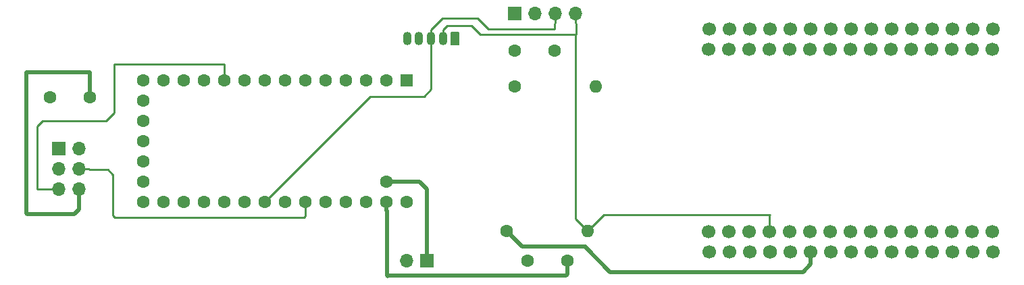
<source format=gbr>
G04 #@! TF.GenerationSoftware,KiCad,Pcbnew,(5.1.4)-1*
G04 #@! TF.CreationDate,2019-09-02T19:22:19+02:00*
G04 #@! TF.ProjectId,DNMS,444e4d53-2e6b-4696-9361-645f70636258,0.9.0*
G04 #@! TF.SameCoordinates,Original*
G04 #@! TF.FileFunction,Copper,L1,Top*
G04 #@! TF.FilePolarity,Positive*
%FSLAX46Y46*%
G04 Gerber Fmt 4.6, Leading zero omitted, Abs format (unit mm)*
G04 Created by KiCad (PCBNEW (5.1.4)-1) date 2019-09-02 19:22:19*
%MOMM*%
%LPD*%
G04 APERTURE LIST*
%ADD10O,1.100000X1.700000*%
%ADD11C,0.100000*%
%ADD12C,1.100000*%
%ADD13C,1.600000*%
%ADD14O,1.700000X1.700000*%
%ADD15R,1.700000X1.700000*%
%ADD16R,1.600000X1.600000*%
%ADD17C,1.700000*%
%ADD18C,1.740000*%
%ADD19O,1.600000X1.600000*%
%ADD20C,0.500000*%
%ADD21C,0.250000*%
G04 APERTURE END LIST*
D10*
X111276880Y-60990480D03*
X112776880Y-60990480D03*
X114276880Y-60990480D03*
X115776880Y-60990480D03*
D11*
G36*
X117681029Y-60141259D02*
G01*
X117696726Y-60143587D01*
X117712119Y-60147443D01*
X117727060Y-60152789D01*
X117741405Y-60159573D01*
X117755016Y-60167731D01*
X117767761Y-60177184D01*
X117779519Y-60187841D01*
X117790176Y-60199599D01*
X117799629Y-60212344D01*
X117807787Y-60225955D01*
X117814571Y-60240300D01*
X117819917Y-60255241D01*
X117823773Y-60270634D01*
X117826101Y-60286331D01*
X117826880Y-60302180D01*
X117826880Y-61678780D01*
X117826101Y-61694629D01*
X117823773Y-61710326D01*
X117819917Y-61725719D01*
X117814571Y-61740660D01*
X117807787Y-61755005D01*
X117799629Y-61768616D01*
X117790176Y-61781361D01*
X117779519Y-61793119D01*
X117767761Y-61803776D01*
X117755016Y-61813229D01*
X117741405Y-61821387D01*
X117727060Y-61828171D01*
X117712119Y-61833517D01*
X117696726Y-61837373D01*
X117681029Y-61839701D01*
X117665180Y-61840480D01*
X116888580Y-61840480D01*
X116872731Y-61839701D01*
X116857034Y-61837373D01*
X116841641Y-61833517D01*
X116826700Y-61828171D01*
X116812355Y-61821387D01*
X116798744Y-61813229D01*
X116785999Y-61803776D01*
X116774241Y-61793119D01*
X116763584Y-61781361D01*
X116754131Y-61768616D01*
X116745973Y-61755005D01*
X116739189Y-61740660D01*
X116733843Y-61725719D01*
X116729987Y-61710326D01*
X116727659Y-61694629D01*
X116726880Y-61678780D01*
X116726880Y-60302180D01*
X116727659Y-60286331D01*
X116729987Y-60270634D01*
X116733843Y-60255241D01*
X116739189Y-60240300D01*
X116745973Y-60225955D01*
X116754131Y-60212344D01*
X116763584Y-60199599D01*
X116774241Y-60187841D01*
X116785999Y-60177184D01*
X116798744Y-60167731D01*
X116812355Y-60159573D01*
X116826700Y-60152789D01*
X116841641Y-60147443D01*
X116857034Y-60143587D01*
X116872731Y-60141259D01*
X116888580Y-60140480D01*
X117665180Y-60140480D01*
X117681029Y-60141259D01*
X117681029Y-60141259D01*
G37*
D12*
X117276880Y-60990480D03*
D13*
X131398020Y-88823800D03*
X126398020Y-88823800D03*
X129805440Y-62476380D03*
X124805440Y-62476380D03*
X66531480Y-68351400D03*
X71531480Y-68351400D03*
D14*
X70205600Y-79870300D03*
X67665600Y-79870300D03*
X70205600Y-77330300D03*
X67665600Y-77330300D03*
X70205600Y-74790300D03*
D15*
X67665600Y-74790300D03*
D16*
X111267240Y-66171500D03*
D13*
X108727240Y-66171500D03*
X106187240Y-66171500D03*
X103647240Y-66171500D03*
X101107240Y-66171500D03*
X98567240Y-66171500D03*
X96027240Y-66171500D03*
X93487240Y-66171500D03*
X90947240Y-66171500D03*
X88407240Y-66171500D03*
X85867240Y-66171500D03*
X83327240Y-66171500D03*
X80787240Y-66171500D03*
X108727240Y-78871500D03*
X111267240Y-81411500D03*
X108727240Y-81411500D03*
X106187240Y-81411500D03*
X103647240Y-81411500D03*
X101107240Y-81411500D03*
X98567240Y-81411500D03*
X96027240Y-81411500D03*
X93487240Y-81411500D03*
X90947240Y-81411500D03*
X88407240Y-81411500D03*
X85867240Y-81411500D03*
X83327240Y-81411500D03*
X80787240Y-81411500D03*
X78247240Y-66171500D03*
X78247240Y-68711500D03*
X78247240Y-71251500D03*
X78247240Y-81411500D03*
X78247240Y-78871500D03*
X78247240Y-76331500D03*
X78247240Y-73791500D03*
D17*
X149143720Y-87723980D03*
X151683720Y-87723980D03*
X154223720Y-87723980D03*
D18*
X156763720Y-87723980D03*
D17*
X159303720Y-87723980D03*
X161843720Y-87723980D03*
X164383720Y-87723980D03*
X166923720Y-87723980D03*
X169463720Y-87723980D03*
X172003720Y-87723980D03*
X174543720Y-87723980D03*
X177083720Y-87723980D03*
X179623720Y-87723980D03*
X182163720Y-87723980D03*
X184703720Y-87723980D03*
X184703720Y-59783980D03*
X182163720Y-59783980D03*
X179623720Y-59783980D03*
X177083720Y-59783980D03*
X174543720Y-59783980D03*
X172003720Y-59783980D03*
X169463720Y-59783980D03*
X166923720Y-59783980D03*
X164383720Y-59783980D03*
X161843720Y-59783980D03*
X159303720Y-59783980D03*
X156763720Y-59783980D03*
X154223720Y-59783980D03*
X151683720Y-59783980D03*
X149143720Y-59783980D03*
X151648160Y-85163660D03*
X156728160Y-85163660D03*
X154188160Y-85163660D03*
X174508160Y-85163660D03*
X171968160Y-85163660D03*
X166888160Y-85163660D03*
X169428160Y-85163660D03*
X184668160Y-85163660D03*
X164348160Y-85163660D03*
X159268160Y-85163660D03*
X161808160Y-85163660D03*
X177048160Y-85163660D03*
X182128160Y-85163660D03*
X179588160Y-85163660D03*
X149108160Y-85163660D03*
X184668160Y-62303660D03*
X182128160Y-62303660D03*
X179588160Y-62303660D03*
X177048160Y-62303660D03*
X174508160Y-62303660D03*
X171968160Y-62303660D03*
X169428160Y-62303660D03*
X166888160Y-62303660D03*
X164348160Y-62303660D03*
X161808160Y-62303660D03*
X159268160Y-62303660D03*
X156728160Y-62303660D03*
X154188160Y-62303660D03*
X151648160Y-62303660D03*
X149108160Y-62303660D03*
D19*
X133918960Y-85107780D03*
D13*
X123758960Y-85107780D03*
D19*
X134950200Y-66977260D03*
D13*
X124790200Y-66977260D03*
D14*
X132410200Y-57820560D03*
X129870200Y-57820560D03*
X127330200Y-57820560D03*
D15*
X124790200Y-57820560D03*
D14*
X111252000Y-88833960D03*
D15*
X113792000Y-88833960D03*
D20*
X108727240Y-82542870D02*
X108755180Y-82570810D01*
X108727240Y-81411500D02*
X108727240Y-82542870D01*
X108755180Y-82570810D02*
X108755180Y-90662760D01*
X108755180Y-90662760D02*
X108856780Y-90764360D01*
X108877100Y-90670380D02*
X130091180Y-90670380D01*
X131398020Y-90519240D02*
X131398020Y-88823800D01*
X130070860Y-90670380D02*
X131246880Y-90670380D01*
X131246880Y-90670380D02*
X131398020Y-90519240D01*
X160906460Y-90228420D02*
X136717379Y-90228420D01*
X133629400Y-87063580D02*
X125714760Y-87063580D01*
X125714760Y-87063580D02*
X123758960Y-85107780D01*
X133629400Y-87140441D02*
X136717379Y-90228420D01*
X133629400Y-87063580D02*
X133629400Y-87140441D01*
X161843720Y-88926061D02*
X161897060Y-88979401D01*
X161843720Y-87723980D02*
X161843720Y-88926061D01*
X161897060Y-89237820D02*
X160906460Y-90228420D01*
X161897060Y-88979401D02*
X161897060Y-89237820D01*
D21*
X115776880Y-59890480D02*
X116330420Y-59336940D01*
X115776880Y-60990480D02*
X115776880Y-59890480D01*
X116330420Y-59336940D02*
X119385080Y-59336940D01*
X119385080Y-59336940D02*
X120472200Y-60424060D01*
X120472200Y-60424060D02*
X132445760Y-60424060D01*
X132445760Y-59058201D02*
X132445760Y-60424060D01*
X132410200Y-59022641D02*
X132445760Y-59058201D01*
X132410200Y-57820560D02*
X132410200Y-59022641D01*
X132392420Y-60477400D02*
X132445760Y-60424060D01*
X132392420Y-83581240D02*
X132392420Y-60477400D01*
X133918960Y-85107780D02*
X132392420Y-83581240D01*
X156728160Y-83088480D02*
X156728160Y-85163660D01*
X156753560Y-83063080D02*
X156728160Y-83088480D01*
X135945880Y-83063080D02*
X156753560Y-83063080D01*
X134718959Y-84290001D02*
X135945880Y-83063080D01*
X133918960Y-85107780D02*
X134718959Y-84307781D01*
X134718959Y-84307781D02*
X134718959Y-84290001D01*
X94287239Y-80611501D02*
X94287239Y-80601921D01*
X93487240Y-81411500D02*
X94287239Y-80611501D01*
X94287239Y-80601921D02*
X106677460Y-68211700D01*
X106677460Y-68211700D02*
X113408460Y-68211700D01*
X114276880Y-62090480D02*
X114276880Y-60990480D01*
X114276880Y-67343280D02*
X114276880Y-62090480D01*
X113408460Y-68211700D02*
X114276880Y-67343280D01*
X129870200Y-59022641D02*
X129870200Y-57820560D01*
X129806700Y-59086141D02*
X129870200Y-59022641D01*
X114276880Y-59860440D02*
X115691920Y-58445400D01*
X114276880Y-60990480D02*
X114276880Y-59860440D01*
X121462800Y-59799220D02*
X129806700Y-59799220D01*
X129806700Y-59799220D02*
X129806700Y-59086141D01*
X115691920Y-58445400D02*
X120108980Y-58445400D01*
X120108980Y-58445400D02*
X121462800Y-59799220D01*
X88331040Y-64378840D02*
X88407240Y-64455040D01*
X67665600Y-79870300D02*
X65001140Y-79870300D01*
X65001140Y-79870300D02*
X64937640Y-79806800D01*
X64937640Y-79806800D02*
X64937640Y-71988680D01*
X64937640Y-71988680D02*
X65595500Y-71330820D01*
X65595500Y-71330820D02*
X73512680Y-71330820D01*
X73512680Y-71330820D02*
X74528680Y-70314820D01*
X74528680Y-70314820D02*
X74528680Y-64226440D01*
X74528680Y-64226440D02*
X74579480Y-64175640D01*
X74579480Y-64175640D02*
X88331040Y-64175640D01*
X88407240Y-64251840D02*
X88407240Y-65163700D01*
X88331040Y-64175640D02*
X88407240Y-64251840D01*
X88407240Y-64455040D02*
X88407240Y-65163700D01*
X88407240Y-65163700D02*
X88407240Y-66171500D01*
X98567240Y-83195160D02*
X98567240Y-81411500D01*
X98379280Y-83383120D02*
X98567240Y-83195160D01*
X74681080Y-83383120D02*
X98379280Y-83383120D01*
X70205600Y-77330300D02*
X71407681Y-77330300D01*
X71473721Y-77396340D02*
X73769220Y-77396340D01*
X73769220Y-77396340D02*
X74427080Y-78054200D01*
X74427080Y-78054200D02*
X74427080Y-83129120D01*
X71407681Y-77330300D02*
X71473721Y-77396340D01*
X74427080Y-83129120D02*
X74681080Y-83383120D01*
X149143720Y-62318900D02*
X149141180Y-62321440D01*
D20*
X71531480Y-68351400D02*
X71531480Y-65237360D01*
X71531480Y-65237360D02*
X71483220Y-65189100D01*
X71483220Y-65189100D02*
X63566040Y-65189100D01*
X63566040Y-65189100D02*
X63566040Y-82849720D01*
X63566040Y-82849720D02*
X63667640Y-82951320D01*
X63667640Y-82951320D02*
X69606160Y-82951320D01*
X70205600Y-82351880D02*
X70205600Y-79870300D01*
X69606160Y-82951320D02*
X70205600Y-82351880D01*
X108727240Y-78871500D02*
X112810980Y-78871500D01*
X113792000Y-79852520D02*
X113792000Y-88833960D01*
X112810980Y-78871500D02*
X113792000Y-79852520D01*
M02*

</source>
